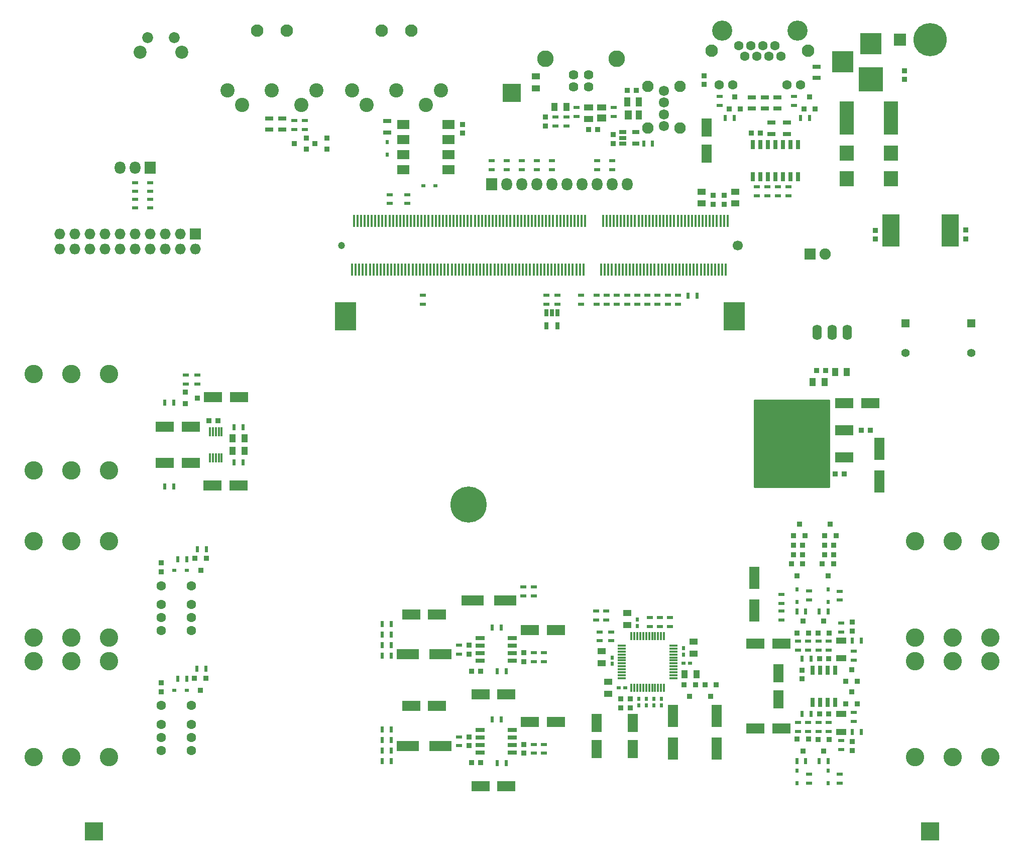
<source format=gbr>
G04 #@! TF.FileFunction,Soldermask,Top*
%FSLAX46Y46*%
G04 Gerber Fmt 4.6, Leading zero omitted, Abs format (unit mm)*
G04 Created by KiCad (PCBNEW no-vcs-found-product) date Tue 08 Dec 2015 09:39:45 PM BRST*
%MOMM*%
G01*
G04 APERTURE LIST*
%ADD10C,0.100000*%
%ADD11R,1.700200X3.699180*%
%ADD12R,1.400000X0.350000*%
%ADD13R,0.350000X1.400000*%
%ADD14C,2.400000*%
%ADD15C,2.100000*%
%ADD16C,1.700000*%
%ADD17C,1.200000*%
%ADD18R,3.600000X4.700000*%
%ADD19R,0.450000X2.100000*%
%ADD20R,3.148000X1.751000*%
%ADD21R,6.196000X6.196000*%
%ADD22R,0.850000X0.900000*%
%ADD23R,1.400000X1.400000*%
%ADD24C,1.400000*%
%ADD25R,0.900000X0.850000*%
%ADD26R,1.350000X1.100000*%
%ADD27R,1.100000X1.350000*%
%ADD28R,1.700000X1.100000*%
%ADD29R,1.499540X1.298880*%
%ADD30R,1.499540X1.100760*%
%ADD31R,1.298880X1.499540*%
%ADD32R,1.100760X1.499540*%
%ADD33R,2.400000X5.700000*%
%ADD34R,3.000680X5.500040*%
%ADD35C,1.720000*%
%ADD36C,1.950000*%
%ADD37R,1.827200X2.132000*%
%ADD38O,1.827200X2.132000*%
%ADD39R,1.000000X0.600000*%
%ADD40R,0.600000X1.000000*%
%ADD41R,1.400000X0.800000*%
%ADD42C,2.200000*%
%ADD43C,1.850000*%
%ADD44R,0.700000X1.650000*%
%ADD45R,1.650000X0.700000*%
%ADD46R,0.400000X1.500000*%
%ADD47R,2.132000X1.624000*%
%ADD48R,0.700000X1.600000*%
%ADD49C,1.601140*%
%ADD50C,3.400000*%
%ADD51C,3.100000*%
%ADD52R,4.100000X4.100000*%
%ADD53R,3.600000X3.600000*%
%ADD54R,0.550000X0.690000*%
%ADD55R,0.690000X0.550000*%
%ADD56R,1.160000X0.750000*%
%ADD57R,0.900100X0.900100*%
%ADD58R,2.401240X2.599360*%
%ADD59C,1.100000*%
%ADD60R,3.100000X3.100000*%
%ADD61C,1.600000*%
%ADD62C,1.624000*%
%ADD63C,2.800020*%
%ADD64R,1.827200X1.827200*%
%ADD65O,1.827200X1.827200*%
%ADD66R,0.750000X1.160000*%
%ADD67C,6.100000*%
%ADD68R,3.699180X1.700200*%
%ADD69R,2.100000X2.100000*%
%ADD70C,5.600000*%
%ADD71R,3.099740X1.700200*%
%ADD72R,1.700200X3.099740*%
%ADD73O,1.601140X2.599360*%
%ADD74R,1.900000X1.900000*%
%ADD75C,1.900000*%
%ADD76R,0.700000X0.600000*%
%ADD77R,0.600000X0.700000*%
%ADD78C,0.254000*%
G04 APERTURE END LIST*
D10*
D11*
X97609660Y-114035840D03*
X97609660Y-119537480D03*
D12*
X89043260Y-102182480D03*
X89043260Y-102682480D03*
X89043260Y-103182480D03*
X89043260Y-103682480D03*
X89043260Y-104182480D03*
X89043260Y-104682480D03*
X89043260Y-105182480D03*
X89043260Y-105682480D03*
X89043260Y-106182480D03*
X89043260Y-106682480D03*
X89043260Y-107182480D03*
X89043260Y-107682480D03*
D13*
X90643260Y-109282480D03*
X91143260Y-109282480D03*
X91643260Y-109282480D03*
X92143260Y-109282480D03*
X92643260Y-109282480D03*
X93143260Y-109282480D03*
X93643260Y-109282480D03*
X94143260Y-109282480D03*
X94643260Y-109282480D03*
X95143260Y-109282480D03*
X95643260Y-109282480D03*
X96143260Y-109282480D03*
D12*
X97743260Y-107682480D03*
X97743260Y-107182480D03*
X97743260Y-106682480D03*
X97743260Y-106182480D03*
X97743260Y-105682480D03*
X97743260Y-105182480D03*
X97743260Y-104682480D03*
X97743260Y-104182480D03*
X97743260Y-103682480D03*
X97743260Y-103182480D03*
X97743260Y-102682480D03*
X97743260Y-102182480D03*
D13*
X96143260Y-100582480D03*
X95643260Y-100582480D03*
X95143260Y-100582480D03*
X94643260Y-100582480D03*
X94143260Y-100582480D03*
X93643260Y-100582480D03*
X93143260Y-100582480D03*
X92643260Y-100582480D03*
X92143260Y-100582480D03*
X91643260Y-100582480D03*
X91143260Y-100582480D03*
X90643260Y-100582480D03*
D14*
X56014740Y-11011540D03*
D15*
X48514740Y1488460D03*
D14*
X58514740Y-8511540D03*
X51014740Y-8511540D03*
X43514740Y-8511540D03*
X46014740Y-11011540D03*
D15*
X53514740Y1488460D03*
D14*
X35010720Y-11011540D03*
D15*
X27510720Y1488460D03*
D14*
X37510720Y-8511540D03*
X30010720Y-8511540D03*
X22510720Y-8511540D03*
X25010720Y-11011540D03*
D15*
X32510720Y1488460D03*
D16*
X108606860Y-34671000D03*
D17*
X41806860Y-34671000D03*
D18*
X42406860Y-46671000D03*
X108006860Y-46671000D03*
D19*
X106856860Y-30571000D03*
X106256860Y-30571000D03*
X105656860Y-30571000D03*
X105056860Y-30571000D03*
X104456860Y-30571000D03*
X103856860Y-30571000D03*
X103256860Y-30571000D03*
X102656860Y-30571000D03*
X102056860Y-30571000D03*
X101456860Y-30571000D03*
X100856860Y-30571000D03*
X100256860Y-30571000D03*
X99656860Y-30571000D03*
X99056860Y-30571000D03*
X98456860Y-30571000D03*
X97856860Y-30571000D03*
X97256860Y-30571000D03*
X96656860Y-30571000D03*
X96056860Y-30571000D03*
X95456860Y-30571000D03*
X94856860Y-30571000D03*
X94256860Y-30571000D03*
X93656860Y-30571000D03*
X93056860Y-30571000D03*
X92456860Y-30571000D03*
X91856860Y-30571000D03*
X91256860Y-30571000D03*
X90656860Y-30571000D03*
X90056860Y-30571000D03*
X89456860Y-30571000D03*
X88856860Y-30571000D03*
X88256860Y-30571000D03*
X87656860Y-30571000D03*
X87056860Y-30571000D03*
X86456860Y-30571000D03*
X85856860Y-30571000D03*
X82856860Y-30571000D03*
X82256860Y-30571000D03*
X81656860Y-30571000D03*
X81056860Y-30571000D03*
X80456860Y-30571000D03*
X79856860Y-30571000D03*
X79256860Y-30571000D03*
X78656860Y-30571000D03*
X78056860Y-30571000D03*
X77456860Y-30571000D03*
X76856860Y-30571000D03*
X76256860Y-30571000D03*
X75656860Y-30571000D03*
X75056860Y-30571000D03*
X74456860Y-30571000D03*
X73856860Y-30571000D03*
X73256860Y-30571000D03*
X72656860Y-30571000D03*
X72056860Y-30571000D03*
X71456860Y-30571000D03*
X70856860Y-30571000D03*
X70256860Y-30571000D03*
X69656860Y-30571000D03*
X69056860Y-30571000D03*
X68456860Y-30571000D03*
X67856860Y-30571000D03*
X67256860Y-30571000D03*
X66656860Y-30571000D03*
X66056860Y-30571000D03*
X65456860Y-30571000D03*
X64856860Y-30571000D03*
X64256860Y-30571000D03*
X63656860Y-30571000D03*
X63056860Y-30571000D03*
X62456860Y-30571000D03*
X61856860Y-30571000D03*
X61256860Y-30571000D03*
X60656860Y-30571000D03*
X60056860Y-30571000D03*
X59456860Y-30571000D03*
X58856860Y-30571000D03*
X58256860Y-30571000D03*
X57656860Y-30571000D03*
X57056860Y-30571000D03*
X56456860Y-30571000D03*
X55856860Y-30571000D03*
X55256860Y-30571000D03*
X54656860Y-30571000D03*
X54056860Y-30571000D03*
X53456860Y-30571000D03*
X52856860Y-30571000D03*
X52256860Y-30571000D03*
X51656860Y-30571000D03*
X51056860Y-30571000D03*
X50456860Y-30571000D03*
X49856860Y-30571000D03*
X49256860Y-30571000D03*
X48656860Y-30571000D03*
X48056860Y-30571000D03*
X47456860Y-30571000D03*
X46856860Y-30571000D03*
X46256860Y-30571000D03*
X45656860Y-30571000D03*
X45056860Y-30571000D03*
X44456860Y-30571000D03*
X43856860Y-30571000D03*
X106556860Y-38771000D03*
X105956860Y-38771000D03*
X105356860Y-38771000D03*
X104756860Y-38771000D03*
X104156860Y-38771000D03*
X103556860Y-38771000D03*
X102956860Y-38771000D03*
X102356860Y-38771000D03*
X101756860Y-38771000D03*
X101156860Y-38771000D03*
X100556860Y-38771000D03*
X99956860Y-38771000D03*
X99356860Y-38771000D03*
X98756860Y-38771000D03*
X98156860Y-38771000D03*
X97556860Y-38771000D03*
X96956860Y-38771000D03*
X96356860Y-38771000D03*
X95756860Y-38771000D03*
X95156860Y-38771000D03*
X94556860Y-38771000D03*
X93956860Y-38771000D03*
X93356860Y-38771000D03*
X92756860Y-38771000D03*
X92156860Y-38771000D03*
X91556860Y-38771000D03*
X90956860Y-38771000D03*
X90356860Y-38771000D03*
X89756860Y-38771000D03*
X89156860Y-38771000D03*
X88556860Y-38771000D03*
X87956860Y-38771000D03*
X87356860Y-38771000D03*
X86756860Y-38771000D03*
X86156860Y-38771000D03*
X85556860Y-38771000D03*
X82556860Y-38771000D03*
X81956860Y-38771000D03*
X81356860Y-38771000D03*
X80756860Y-38771000D03*
X80156860Y-38771000D03*
X79556860Y-38771000D03*
X78956860Y-38771000D03*
X78356860Y-38771000D03*
X77756860Y-38771000D03*
X77156860Y-38771000D03*
X76556860Y-38771000D03*
X75956860Y-38771000D03*
X75356860Y-38771000D03*
X74756860Y-38771000D03*
X74156860Y-38771000D03*
X73556860Y-38771000D03*
X72956860Y-38771000D03*
X72356860Y-38771000D03*
X71756860Y-38771000D03*
X71156860Y-38771000D03*
X70556860Y-38771000D03*
X69956860Y-38771000D03*
X69356860Y-38771000D03*
X68756860Y-38771000D03*
X68156860Y-38771000D03*
X67556860Y-38771000D03*
X66956860Y-38771000D03*
X66356860Y-38771000D03*
X65756860Y-38771000D03*
X65156860Y-38771000D03*
X64556860Y-38771000D03*
X63956860Y-38771000D03*
X63356860Y-38771000D03*
X62756860Y-38771000D03*
X62156860Y-38771000D03*
X61556860Y-38771000D03*
X60956860Y-38771000D03*
X60356860Y-38771000D03*
X59756860Y-38771000D03*
X59156860Y-38771000D03*
X58556860Y-38771000D03*
X57956860Y-38771000D03*
X57356860Y-38771000D03*
X56756860Y-38771000D03*
X56156860Y-38771000D03*
X55556860Y-38771000D03*
X54956860Y-38771000D03*
X54356860Y-38771000D03*
X53756860Y-38771000D03*
X53156860Y-38771000D03*
X52556860Y-38771000D03*
X51956860Y-38771000D03*
X51356860Y-38771000D03*
X50756860Y-38771000D03*
X50156860Y-38771000D03*
X49556860Y-38771000D03*
X48956860Y-38771000D03*
X48356860Y-38771000D03*
X47756860Y-38771000D03*
X47156860Y-38771000D03*
X46556860Y-38771000D03*
X45956860Y-38771000D03*
X45356860Y-38771000D03*
X44756860Y-38771000D03*
X44156860Y-38771000D03*
X43556860Y-38771000D03*
D20*
X126512320Y-70401180D03*
D21*
X120162320Y-68115180D03*
D20*
X126512320Y-65829180D03*
D22*
X131747260Y-32148080D03*
X131747260Y-33648080D03*
D23*
X136878060Y-47807880D03*
D24*
X136878060Y-52807880D03*
D22*
X147012660Y-32097280D03*
X147012660Y-33597280D03*
D23*
X147977860Y-47807880D03*
D24*
X147977860Y-52807880D03*
D25*
X129397060Y-65841880D03*
X130897060Y-65841880D03*
X125002860Y-73233280D03*
X126502860Y-73233280D03*
X121883740Y-55803800D03*
X123383740Y-55803800D03*
D26*
X89964260Y-98718880D03*
X89964260Y-96718880D03*
X86763860Y-108301280D03*
X86763860Y-110301280D03*
D27*
X99632260Y-106989880D03*
X101632260Y-106989880D03*
D26*
X108176060Y-27624280D03*
X108176060Y-25624280D03*
D22*
X106245660Y-27729880D03*
X106245660Y-26229880D03*
X119430800Y-107818620D03*
X119430800Y-106318620D03*
D25*
X65187260Y-106481880D03*
X63687260Y-106481880D03*
X65187260Y-121950480D03*
X63687260Y-121950480D03*
X19415060Y-64216280D03*
X20915060Y-64216280D03*
D22*
X87563960Y-17519080D03*
X87563960Y-16019080D03*
D27*
X79699360Y-11358880D03*
X77699360Y-11358880D03*
D25*
X84910360Y-15181580D03*
X83410360Y-15181580D03*
X91463560Y-8539480D03*
X89963560Y-8539480D03*
D22*
X76159360Y-14534580D03*
X76159360Y-13034580D03*
X62141100Y-14276640D03*
X62141100Y-15776640D03*
X136649460Y-6724080D03*
X136649460Y-5224080D03*
X102872540Y-6057200D03*
X102872540Y-7557200D03*
X88821260Y-111167480D03*
X88821260Y-112667480D03*
X90421460Y-111167480D03*
X90421460Y-112667480D03*
D28*
X126009400Y-104342060D03*
X126009400Y-101342060D03*
D22*
X127901700Y-98218560D03*
X127901700Y-99718560D03*
D25*
X122389200Y-104391460D03*
X123889200Y-104391460D03*
D28*
X126006860Y-113744880D03*
X126006860Y-116744880D03*
D22*
X127901700Y-119860760D03*
X127901700Y-118360760D03*
D25*
X123889200Y-113687860D03*
X122389200Y-113687860D03*
D22*
X72514460Y-104869680D03*
X72514460Y-103369680D03*
X63243460Y-103599680D03*
X63243460Y-102099680D03*
X72514460Y-120338280D03*
X72514460Y-118838280D03*
X63243460Y-119068280D03*
X63243460Y-117568280D03*
D27*
X23406860Y-69372480D03*
X25406860Y-69372480D03*
X23406860Y-67238880D03*
X25406860Y-67238880D03*
D29*
X85628480Y-13169900D03*
D30*
X85628480Y-11450320D03*
X83428840Y-11450320D03*
X83428840Y-13350240D03*
D31*
X90147140Y-12687300D03*
D32*
X91866720Y-12687300D03*
X91866720Y-10487660D03*
X89966800Y-10487660D03*
D33*
X134380460Y-13213080D03*
X126980460Y-13213080D03*
D34*
X134366000Y-32136080D03*
X144368520Y-32136080D03*
D26*
X74559160Y-6218680D03*
X74559160Y-8218680D03*
D35*
X96136460Y-8590280D03*
X96136460Y-10590280D03*
X96136460Y-12590280D03*
D36*
X98856460Y-7860280D03*
D35*
X96136460Y-14590280D03*
D36*
X98856460Y-14860280D03*
X93416460Y-7860280D03*
X93416460Y-14860280D03*
D37*
X67053460Y-24384380D03*
D38*
X69593460Y-24384380D03*
X72133460Y-24384380D03*
X74673460Y-24384380D03*
X77213460Y-24384380D03*
X79753460Y-24384380D03*
X82293460Y-24384380D03*
X84833460Y-24384380D03*
X87373460Y-24384380D03*
X89913460Y-24384380D03*
D37*
X9547860Y-21595080D03*
D38*
X7007860Y-21595080D03*
X4467860Y-21595080D03*
D39*
X55501540Y-44615800D03*
X55501540Y-43115800D03*
X84757260Y-44620880D03*
X84757260Y-43120880D03*
X82166460Y-44620880D03*
X82166460Y-43120880D03*
X85316060Y-101364480D03*
X85316060Y-99864480D03*
X87246460Y-101364480D03*
X87246460Y-99864480D03*
X84655660Y-96359280D03*
X84655660Y-97859280D03*
X86408260Y-96359280D03*
X86408260Y-97859280D03*
D40*
X100187060Y-43134280D03*
X101687060Y-43134280D03*
D39*
X125790960Y-93006480D03*
X125790960Y-94506480D03*
D40*
X122287600Y-96403160D03*
X123787600Y-96403160D03*
D39*
X120558560Y-92955680D03*
X120558560Y-94455680D03*
D40*
X120041100Y-96428560D03*
X118541100Y-96428560D03*
D39*
X98485960Y-43120880D03*
X98485960Y-44620880D03*
X95056960Y-44620880D03*
X95056960Y-43120880D03*
X125790960Y-125380180D03*
X125790960Y-123880180D03*
D40*
X122287600Y-121676160D03*
X123787600Y-121676160D03*
D39*
X120558560Y-125380180D03*
X120558560Y-123880180D03*
D40*
X118541100Y-121676160D03*
X120041100Y-121676160D03*
D39*
X89913460Y-44620880D03*
X89913460Y-43120880D03*
X86484460Y-44620880D03*
X86484460Y-43120880D03*
D40*
X15682660Y-87584280D03*
X14182660Y-87584280D03*
X17484660Y-85958680D03*
X18984660Y-85958680D03*
D39*
X17498060Y-58057480D03*
X17498060Y-56557480D03*
X15491460Y-58057480D03*
X15491460Y-56557480D03*
X79689960Y-13034580D03*
X79689960Y-14534580D03*
X77823060Y-14534580D03*
X77823060Y-13034580D03*
D40*
X92719460Y-17518380D03*
X94219460Y-17518380D03*
D41*
X29588460Y-13253680D03*
X29588460Y-15153680D03*
D39*
X33804860Y-13656880D03*
X33804860Y-15156880D03*
D41*
X49471580Y-15641360D03*
X49471580Y-13741360D03*
D39*
X52854860Y-27628280D03*
X52854860Y-26128280D03*
D41*
X31798260Y-13253680D03*
X31798260Y-15153680D03*
D39*
X35557460Y-13656880D03*
X35557460Y-15156880D03*
D40*
X120660860Y-13162280D03*
X119160860Y-13162280D03*
D41*
X114272060Y-13990280D03*
X114272060Y-15890280D03*
D39*
X111757460Y-24832880D03*
X111757460Y-26332880D03*
D41*
X116837460Y-13990280D03*
X116837460Y-15890280D03*
X110919260Y-9697680D03*
X110919260Y-11597680D03*
D40*
X107986260Y-13162280D03*
X106486260Y-13162280D03*
D39*
X117091460Y-24832880D03*
X117091460Y-26332880D03*
D41*
X113103660Y-9697680D03*
X113103660Y-11597680D03*
D39*
X67053460Y-20387880D03*
X67053460Y-21887880D03*
X69596380Y-20387880D03*
X69596380Y-21887880D03*
X72136380Y-20387880D03*
X72136380Y-21887880D03*
X77216380Y-20387880D03*
X77216380Y-21887880D03*
X84833460Y-20387880D03*
X84833460Y-21887880D03*
X87373460Y-20387880D03*
X87373460Y-21887880D03*
X74676380Y-20387880D03*
X74676380Y-21887880D03*
X118082060Y-9592880D03*
X118082060Y-11092880D03*
X105509060Y-9592880D03*
X105509060Y-11092880D03*
X128143000Y-104608060D03*
X128143000Y-103108060D03*
D40*
X127901000Y-101343460D03*
X129401000Y-101343460D03*
X120892000Y-104391460D03*
X119392000Y-104391460D03*
D39*
X126009400Y-98370960D03*
X126009400Y-99870960D03*
X123901200Y-102931660D03*
X123901200Y-101431660D03*
X118719600Y-101431660D03*
X118719600Y-102931660D03*
X128143000Y-113471260D03*
X128143000Y-114971260D03*
X122174000Y-101431660D03*
X122174000Y-102931660D03*
X120446800Y-101431660D03*
X120446800Y-102931660D03*
D40*
X127901000Y-116735860D03*
X129401000Y-116735860D03*
X120930100Y-113725960D03*
X119430100Y-113725960D03*
D39*
X126009400Y-119708360D03*
X126009400Y-118208360D03*
X122174000Y-115147660D03*
X122174000Y-116647660D03*
X118719600Y-116647660D03*
X118719600Y-115147660D03*
X123901200Y-116647660D03*
X123901200Y-115147660D03*
X120446800Y-116647660D03*
X120446800Y-115147660D03*
X115973860Y-95065280D03*
X115973860Y-93565280D03*
X115973860Y-97859280D03*
X115973860Y-96359280D03*
X74190860Y-104869680D03*
X74190860Y-103369680D03*
X61567060Y-103599680D03*
X61567060Y-102099680D03*
X75918060Y-104869680D03*
X75918060Y-103369680D03*
D40*
X68056060Y-106532680D03*
X69556060Y-106532680D03*
X48650460Y-102138480D03*
X50150460Y-102138480D03*
X67167060Y-99166680D03*
X68667060Y-99166680D03*
X48650460Y-103916480D03*
X50150460Y-103916480D03*
X48650460Y-98582480D03*
X50150460Y-98582480D03*
X48650460Y-100360480D03*
X50150460Y-100360480D03*
D39*
X74190860Y-120338280D03*
X74190860Y-118838280D03*
X61567060Y-119068280D03*
X61567060Y-117568280D03*
X75918060Y-120338280D03*
X75918060Y-118838280D03*
D40*
X68056060Y-122001280D03*
X69556060Y-122001280D03*
X48650460Y-119867680D03*
X50150460Y-119867680D03*
X67167060Y-114635280D03*
X68667060Y-114635280D03*
X48650460Y-121645680D03*
X50150460Y-121645680D03*
X48650460Y-116311680D03*
X50150460Y-116311680D03*
X48650460Y-118089680D03*
X50150460Y-118089680D03*
D39*
X72438260Y-93795280D03*
X72438260Y-92295280D03*
X74216260Y-92295280D03*
X74216260Y-93795280D03*
D40*
X13472860Y-75341480D03*
X11972860Y-75341480D03*
X13498260Y-61244480D03*
X11998260Y-61244480D03*
D42*
X14865900Y-2154720D03*
D43*
X13605900Y335280D03*
X9105900Y335280D03*
D42*
X7855900Y-2154720D03*
D44*
X121226580Y-111737100D03*
X122496580Y-111737100D03*
X123766580Y-111737100D03*
X125036580Y-111737100D03*
X125036580Y-106337100D03*
X123766580Y-106337100D03*
X122496580Y-106337100D03*
X121226580Y-106337100D03*
D45*
X70578960Y-104754680D03*
X70578960Y-103484680D03*
X70578960Y-102214680D03*
X70578960Y-100944680D03*
X65178960Y-100944680D03*
X65178960Y-102214680D03*
X65178960Y-103484680D03*
X65178960Y-104754680D03*
D46*
X19571460Y-70505680D03*
X20071460Y-70505680D03*
X20571460Y-70505680D03*
X21071460Y-70505680D03*
X21571460Y-70505680D03*
X21571460Y-66105680D03*
X21071460Y-66105680D03*
X20571460Y-66105680D03*
X20071460Y-66105680D03*
X19571460Y-66105680D03*
D47*
X52219860Y-14279880D03*
X52219860Y-16819880D03*
X52219860Y-19359880D03*
X52219860Y-21899880D03*
X59839860Y-21899880D03*
X59839860Y-19359880D03*
X59839860Y-16819880D03*
X59839860Y-14279880D03*
D48*
X111122460Y-23101280D03*
X112392460Y-23101280D03*
X113662460Y-23101280D03*
X114932460Y-23101280D03*
X116202460Y-23101280D03*
X117472460Y-23101280D03*
X118742460Y-23101280D03*
X118742460Y-17701280D03*
X117472460Y-17701280D03*
X116202460Y-17701280D03*
X114932460Y-17701280D03*
X113662460Y-17701280D03*
X112392460Y-17701280D03*
X111122460Y-17701280D03*
D15*
X120418860Y-1859280D03*
D49*
X105432860Y-7574280D03*
X107718860Y-7574280D03*
X116862860Y-7574280D03*
X119148860Y-7574280D03*
X115846860Y-2748280D03*
X113814860Y-2748280D03*
X111782860Y-2748280D03*
X109750860Y-2748280D03*
X112798860Y-970280D03*
X110766860Y-970280D03*
X114830860Y-970280D03*
X108734860Y-970280D03*
D50*
X105940860Y1569720D03*
X118640860Y1569720D03*
D15*
X104162860Y-1859280D03*
D51*
X-3792220Y-56393680D03*
X2557780Y-56393680D03*
X-10142220Y-56393680D03*
X-3792220Y-72623680D03*
X2557780Y-72623680D03*
X-10142220Y-72623680D03*
X144802860Y-100817080D03*
X138452860Y-100817080D03*
X151152860Y-100817080D03*
X144802860Y-84587080D03*
X138452860Y-84587080D03*
X151152860Y-84587080D03*
X144802860Y-121022780D03*
X138452860Y-121022780D03*
X151152860Y-121022780D03*
X144802860Y-104792780D03*
X138452860Y-104792780D03*
X151152860Y-104792780D03*
X-3792220Y-84592760D03*
X2557780Y-84592760D03*
X-10142220Y-84592760D03*
X-3792220Y-100822760D03*
X2557780Y-100822760D03*
X-10142220Y-100822760D03*
X-3792220Y-104790840D03*
X2557780Y-104790840D03*
X-10142220Y-104790840D03*
X-3792220Y-121020840D03*
X2557780Y-121020840D03*
X-10142220Y-121020840D03*
D52*
X131008120Y-6715760D03*
D53*
X131008120Y-713220D03*
X126308120Y-3713220D03*
D54*
X123784360Y-92706560D03*
X123784360Y-94816560D03*
X118541800Y-92706560D03*
X118541800Y-94816560D03*
X123784360Y-125380380D03*
X123784360Y-123270380D03*
X118551960Y-125380380D03*
X118551960Y-123270380D03*
D55*
X13572860Y-89489280D03*
X15682860Y-89489280D03*
D54*
X49476660Y-17248240D03*
X49476660Y-19358240D03*
D55*
X57643660Y-24668480D03*
X55533660Y-24668480D03*
D41*
X115288060Y-11597680D03*
X115288060Y-9697680D03*
D25*
X112380460Y-15778480D03*
X110880460Y-15778480D03*
D56*
X89143660Y-15615880D03*
X89143660Y-16565880D03*
X89143660Y-17515880D03*
X91343660Y-17515880D03*
X91343660Y-15615880D03*
D57*
X101429860Y-108783120D03*
X99529860Y-108783120D03*
X100479860Y-110782100D03*
X104960460Y-108783120D03*
X103060460Y-108783120D03*
X104010460Y-110782100D03*
X126809460Y-108219240D03*
X128709460Y-108219240D03*
X127759460Y-106220260D03*
X126812000Y-111996220D03*
X128712000Y-111996220D03*
X127762000Y-109997240D03*
X122087600Y-100058220D03*
X123987600Y-100058220D03*
X123037600Y-98059240D03*
X118595100Y-100058220D03*
X120495100Y-100058220D03*
X119545100Y-98059240D03*
X124726740Y-88381840D03*
X122826740Y-88381840D03*
X123776740Y-90380820D03*
X119494340Y-88381840D03*
X117594340Y-88381840D03*
X118544340Y-90380820D03*
X123987600Y-118008400D03*
X122087600Y-118008400D03*
X123037600Y-120007380D03*
X120495100Y-117970300D03*
X118595100Y-117970300D03*
X119545100Y-119969280D03*
X118000740Y-83677760D03*
X119900740Y-83677760D03*
X118950740Y-81678780D03*
X123233140Y-83677760D03*
X125133140Y-83677760D03*
X124183140Y-81678780D03*
X18981460Y-87497920D03*
X17081460Y-87497920D03*
X18031460Y-89496900D03*
X15481300Y-59456280D03*
X15481300Y-61356280D03*
X17480280Y-60406280D03*
X35821620Y-18481080D03*
X35821620Y-16581080D03*
X33822640Y-17531080D03*
X39276020Y-18481080D03*
X39276020Y-16581080D03*
X37277040Y-17531080D03*
D58*
X126972060Y-23439120D03*
X126972060Y-19141440D03*
X134363460Y-23439120D03*
X134363460Y-19141440D03*
D55*
X13572860Y-109707680D03*
X15682860Y-109707680D03*
D59*
X2540Y-133502400D03*
D60*
X2540Y-133502400D03*
D59*
X141013180Y-133499860D03*
D60*
X141013180Y-133499860D03*
D59*
X70492620Y-9006840D03*
D60*
X70492620Y-9006840D03*
D61*
X16431260Y-92080080D03*
X11351260Y-92080080D03*
X11351260Y-95280080D03*
X11351260Y-97480080D03*
X11351260Y-99680080D03*
X16431260Y-95280080D03*
X16431260Y-97480080D03*
X16431260Y-99680080D03*
X16431260Y-112273080D03*
X11351260Y-112273080D03*
X11351260Y-115473080D03*
X11351260Y-117673080D03*
X11351260Y-119873080D03*
X16431260Y-115473080D03*
X16431260Y-117673080D03*
X16431260Y-119873080D03*
D62*
X83433920Y-7947660D03*
X80893920Y-7947660D03*
X80893920Y-5948680D03*
X83433920Y-5948680D03*
D63*
X88163400Y-3248660D03*
X76164440Y-3248660D03*
D64*
X17173180Y-32769700D03*
D65*
X17173180Y-35309700D03*
X14633180Y-32769700D03*
X14633180Y-35309700D03*
X12093180Y-32769700D03*
X12093180Y-35309700D03*
X9553180Y-32769700D03*
X9553180Y-35309700D03*
X7013180Y-32769700D03*
X7013180Y-35309700D03*
X4473180Y-32769700D03*
X4473180Y-35309700D03*
X1933180Y-32769700D03*
X1933180Y-35309700D03*
X-606820Y-32769700D03*
X-606820Y-35309700D03*
X-3146820Y-32769700D03*
X-3146820Y-35309700D03*
X-5686820Y-32769700D03*
X-5686820Y-35309700D03*
D57*
X18905260Y-107690920D03*
X17005260Y-107690920D03*
X17955260Y-109689900D03*
X107124460Y-11648440D03*
X109024460Y-11648440D03*
X108074460Y-9649460D03*
X119722860Y-11648440D03*
X121622860Y-11648440D03*
X120672860Y-9649460D03*
D39*
X78204060Y-44620880D03*
X78204060Y-43120880D03*
X76324460Y-43120880D03*
X76324460Y-44620880D03*
X49857660Y-26128280D03*
X49857660Y-27628280D03*
D40*
X15682660Y-107777280D03*
X14182660Y-107777280D03*
X17408460Y-106100880D03*
X18908460Y-106100880D03*
D39*
X113535460Y-26332880D03*
X113535460Y-24832880D03*
X115313460Y-24832880D03*
X115313460Y-26332880D03*
D66*
X78214260Y-46047480D03*
X77264260Y-46047480D03*
X76314260Y-46047480D03*
X76314260Y-48247480D03*
X78214260Y-48247480D03*
D67*
X63157100Y-78409800D03*
D27*
X126981460Y-56037480D03*
X124981460Y-56037480D03*
X121222260Y-57739280D03*
X123222260Y-57739280D03*
D26*
X101152960Y-103519480D03*
X101152960Y-101519480D03*
X85658960Y-105157780D03*
X85658960Y-103157780D03*
D22*
X11351260Y-89756680D03*
X11351260Y-88256680D03*
X11351260Y-109949680D03*
X11351260Y-108449680D03*
D68*
X58475880Y-103611680D03*
X52974240Y-103611680D03*
X58475880Y-119080280D03*
X52974240Y-119080280D03*
D39*
X95450660Y-98976880D03*
X95450660Y-97476880D03*
X97177860Y-98976880D03*
X97177860Y-97476880D03*
X93723460Y-98976880D03*
X93723460Y-97476880D03*
X96771460Y-44620880D03*
X96771460Y-43120880D03*
X91627960Y-44620880D03*
X91627960Y-43120880D03*
X93342460Y-44620880D03*
X93342460Y-43120880D03*
X88198960Y-44620880D03*
X88198960Y-43120880D03*
D40*
X23656860Y-71277480D03*
X25156860Y-71277480D03*
X23656860Y-65333880D03*
X25156860Y-65333880D03*
D39*
X87652860Y-12947080D03*
X87652860Y-11447080D03*
X81404460Y-12947080D03*
X81404460Y-11447080D03*
D41*
X121841260Y-4566880D03*
X121841260Y-6466880D03*
D39*
X9547860Y-28390280D03*
X9547860Y-26890280D03*
X7007860Y-28390280D03*
X7007860Y-26890280D03*
X9547860Y-24096280D03*
X9547860Y-25596280D03*
X7007860Y-24096280D03*
X7007860Y-25596280D03*
D45*
X70578960Y-120223280D03*
X70578960Y-118953280D03*
X70578960Y-117683280D03*
X70578960Y-116413280D03*
X65178960Y-116413280D03*
X65178960Y-117683280D03*
X65178960Y-118953280D03*
X65178960Y-120223280D03*
D69*
X135930640Y-15240D03*
D70*
X141010640Y-15240D03*
D71*
X115963700Y-101884480D03*
X111564420Y-101884480D03*
X20073620Y-60279280D03*
X24472900Y-60279280D03*
X65184020Y-125887480D03*
X69583300Y-125887480D03*
X65184020Y-110418880D03*
X69583300Y-110418880D03*
D72*
X115458240Y-106837460D03*
X115458240Y-111236740D03*
X90878660Y-115204240D03*
X90878660Y-119603520D03*
X84808060Y-115204240D03*
X84808060Y-119603520D03*
D71*
X126525020Y-61269880D03*
X130924300Y-61269880D03*
X20022820Y-75138280D03*
X24422100Y-75138280D03*
X16344900Y-65232280D03*
X11945620Y-65232280D03*
X16344900Y-71379080D03*
X11945620Y-71379080D03*
X57899300Y-112374680D03*
X53500020Y-112374680D03*
X73515220Y-115016280D03*
X77914500Y-115016280D03*
X57899300Y-96931480D03*
X53500020Y-96931480D03*
X73515220Y-99547680D03*
X77914500Y-99547680D03*
X115963700Y-116184680D03*
X111564420Y-116184680D03*
D11*
X104975660Y-114035840D03*
X104975660Y-119537480D03*
X132458460Y-74536300D03*
X132458460Y-69034660D03*
D68*
X69347080Y-94594680D03*
X63845440Y-94594680D03*
D11*
X111406940Y-90797380D03*
X111406940Y-96299020D03*
D25*
X123229940Y-86842600D03*
X124729940Y-86842600D03*
X119497540Y-85217000D03*
X117997540Y-85217000D03*
X117997540Y-86842600D03*
X119497540Y-86842600D03*
X124729940Y-85217000D03*
X123229940Y-85217000D03*
D72*
X103324660Y-14848840D03*
X103324660Y-19248120D03*
D73*
X124457460Y-49357280D03*
X126997460Y-49357280D03*
X121917460Y-49357280D03*
D74*
X120774460Y-36149280D03*
D75*
X123274460Y-36149280D03*
D76*
X88499860Y-109275880D03*
X89599860Y-109275880D03*
D77*
X99413060Y-103729880D03*
X99413060Y-102629880D03*
X91640660Y-97803880D03*
X91640660Y-98903880D03*
D76*
X99421860Y-105186480D03*
X100521860Y-105186480D03*
D77*
X87436960Y-105279280D03*
X87436960Y-104179280D03*
X91869260Y-111189680D03*
X91869260Y-112289680D03*
X93139260Y-111189680D03*
X93139260Y-112289680D03*
X94409260Y-111189680D03*
X94409260Y-112289680D03*
X95679260Y-111189680D03*
X95679260Y-112289680D03*
D26*
X102511860Y-27624280D03*
X102511860Y-25624280D03*
D22*
X104442260Y-27729880D03*
X104442260Y-26229880D03*
D78*
G36*
X123990100Y-75427840D02*
X111340900Y-75427840D01*
X111340900Y-60797440D01*
X123990100Y-60797440D01*
X123990100Y-75427840D01*
X123990100Y-75427840D01*
G37*
X123990100Y-75427840D02*
X111340900Y-75427840D01*
X111340900Y-60797440D01*
X123990100Y-60797440D01*
X123990100Y-75427840D01*
M02*

</source>
